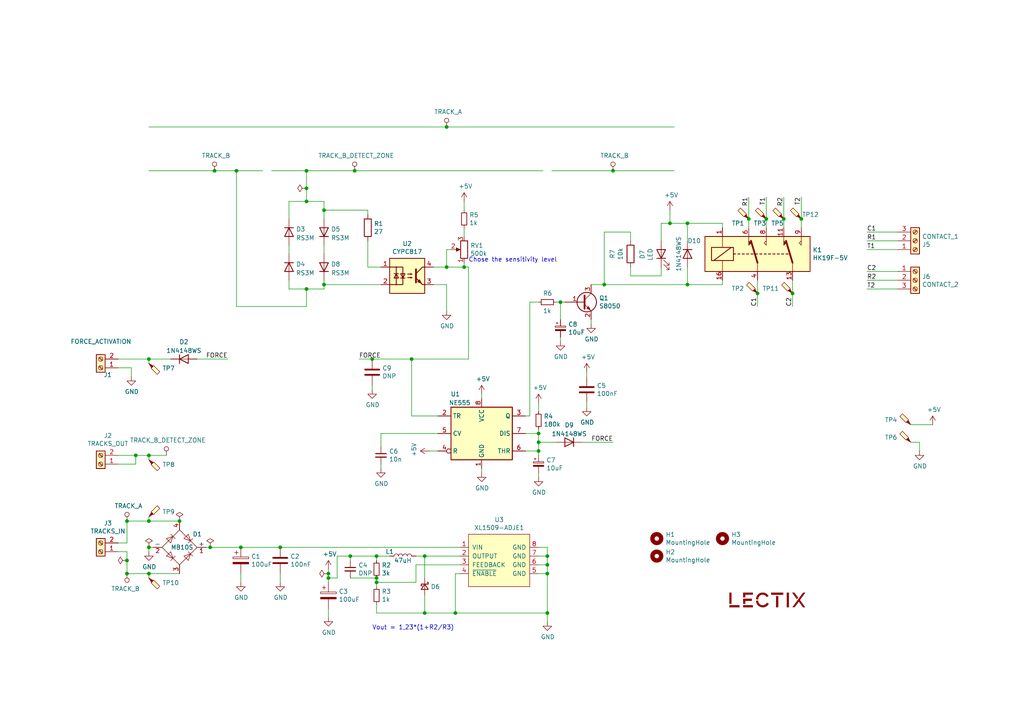
<source format=kicad_sch>
(kicad_sch (version 20211123) (generator eeschema)
  (paper "A4")
  (title_block (title " LEC000043-Detecteur-de-presence-DCC-Analogique-3A") (date "2023-03-26") (rev "1.0") (company "LECTIX") (comment 1 "CERN-OHL-S-2.0 license"))
  (lib_symbols
    (symbol "0_connectors:Screw_Terminal_01x02_blue" (pin_names (offset 1.016) hide)
      (property "Reference" "J" (at 0 2.54 0))
      (symbol "Screw_Terminal_01x02_blue_1_1"
        (pin passive line (at -5.08 0 0) (length 3.81) (name "Pin_1") (number "1"))
        (pin passive line (at -5.08 -2.54 0) (length 3.81) (name "Pin_2") (number "2"))
      )
    )
    (symbol "0_connectors:Screw_Terminal_01x02_green" (pin_names (offset 1.016) hide)
      (property "Reference" "J" (at 0 2.54 0))
      (symbol "Screw_Terminal_01x02_green_1_1"
        (pin passive line (at -5.08 0 0) (length 3.81) (name "Pin_1") (number "1"))
        (pin passive line (at -5.08 -2.54 0) (length 3.81) (name "Pin_2") (number "2"))
      )
    )
    (symbol "0_connectors:Screw_Terminal_01x03_blue" (pin_names (offset 1.016) hide)
      (property "Reference" "J" (at 0 5.08 0))
      (symbol "Screw_Terminal_01x03_blue_1_1"
        (pin passive line (at -5.08 2.54 0) (length 3.81) (name "Pin_1") (number "1"))
        (pin passive line (at -5.08 0 0) (length 3.81) (name "Pin_2") (number "2"))
        (pin passive line (at -5.08 -2.54 0) (length 3.81) (name "Pin_3") (number "3"))
      )
    )
    (symbol "0_converter_dcdc:XL1509-ADJE1" (pin_names (offset 1.016))
      (property "Reference" "U" (at -7.62 8.89 0))
      (property "Value" "XL1509-ADJE1" (at 0 6.35 0))
      (symbol "XL1509-ADJE1_1_1"
        (pin power_in line (at -11.43 3.81 0) (length 2.54) (name "VIN") (number "1"))
        (pin power_out line (at -11.43 1.27 0) (length 2.54) (name "OUTPUT") (number "2"))
        (pin input line (at -11.43 -1.27 0) (length 2.54) (name "FEEDBACK") (number "3"))
        (pin input line (at -11.43 -3.81 0) (length 2.54) (name "~{ENABLE}") (number "4"))
        (pin power_in line (at 11.43 -3.81 180) (length 2.54) (name "GND") (number "5"))
        (pin power_in line (at 11.43 -1.27 180) (length 2.54) (name "GND") (number "6"))
        (pin power_in line (at 11.43 1.27 180) (length 2.54) (name "GND") (number "7"))
        (pin power_in line (at 11.43 3.81 180) (length 2.54) (name "GND") (number "8"))
      )
    )
    (symbol "0_diode:1N4148WS" (pin_numbers hide) (pin_names (offset 1.016) hide)
      (property "Reference" "D" (at 0 2.54 0))
      (property "Value" "1N4148WS" (at 0 -2.54 0))
      (symbol "1N4148WS_1_1"
        (pin passive line (at -3.81 0 0) (length 2.54) (name "K") (number "1"))
        (pin passive line (at 3.81 0 180) (length 2.54) (name "A") (number "2"))
      )
    )
    (symbol "0_diode:RS3M" (pin_numbers hide) (pin_names (offset 1.016) hide)
      (property "Reference" "D" (at 0 2.54 0))
      (property "Value" "RS3M" (at 0 -2.54 0))
      (symbol "RS3M_1_1"
        (pin passive line (at -3.81 0 0) (length 2.54) (name "K") (number "1"))
        (pin passive line (at 3.81 0 180) (length 2.54) (name "A") (number "2"))
      )
    )
    (symbol "0_diode_bridge:MB10S" (pin_names (offset 0))
      (property "Reference" "D" (at 2.54 6.985 0))
      (property "Value" "MB10S" (at 2.54 5.08 0))
      (property "JLCPCB_CORRECTION" "0;0;90" (at 0 0 0))
      (symbol "MB10S_1_1"
        (pin passive line (at 7.62 0 180) (length 2.54) (name "+") (number "1"))
        (pin passive line (at -7.62 0 0) (length 2.54) (name "-") (number "2"))
        (pin passive line (at 0 -7.62 90) (length 2.54) (name "~") (number "3"))
        (pin passive line (at 0 7.62 270) (length 2.54) (name "~") (number "4"))
      )
    )
    (symbol "0_logos:logo_lectix_25mm" (pin_names (offset 1.016)))
    (symbol "0_potentiometer:pot_tht_500k_3362P" (pin_names (offset 1.016) hide)
      (property "Reference" "RV" (at -4.445 0 90))
      (property "Value" "0_potentiometer_pot_tht_500k_3362P" (at -2.54 0 90))
      (symbol "pot_tht_500k_3362P_1_1"
        (pin passive line (at 0 3.81 270) (length 1.27) (name "1") (number "1"))
        (pin passive line (at 3.81 0 180) (length 1.27) (name "2") (number "2"))
        (pin passive line (at 0 -3.81 90) (length 1.27) (name "3") (number "3"))
      )
    )
    (symbol "0_relays:HK19F-5V" (pin_names (offset 1.016))
      (property "Reference" "K" (at 16.51 3.81 0))
      (property "Value" "HK19F-5V" (at 16.51 1.27 0))
      (symbol "HK19F-5V_1_1"
        (pin passive line (at -10.16 7.62 270) (length 2.54) (name "~") (number "1"))
        (pin passive line (at 7.62 7.62 270) (length 2.54) (name "~") (number "11"))
        (pin passive line (at 10.16 -7.62 90) (length 2.54) (name "~") (number "13"))
        (pin passive line (at -10.16 -7.62 90) (length 2.54) (name "~") (number "16"))
        (pin passive line (at 0 -7.62 90) (length 2.54) (name "~") (number "4"))
        (pin passive line (at -2.54 7.62 270) (length 2.54) (name "~") (number "6"))
        (pin passive line (at 2.54 7.62 270) (length 2.54) (name "~") (number "8"))
        (pin passive line (at 12.7 7.62 270) (length 2.54) (name "~") (number "9"))
      )
    )
    (symbol "0_train:TRACK_A" (power) (pin_names (offset 0))
      (property "Value" "0_train_TRACK_A" (at 0 3.81 0))
      (symbol "TRACK_A_1_1"
        (pin power_in line (at 0 0 90) (length 0) hide (name "TRACK_A") (number "1"))
      )
    )
    (symbol "0_train:TRACK_B" (power) (pin_names (offset 0))
      (property "Value" "0_train_TRACK_B" (at 0 3.81 0))
      (symbol "TRACK_B_1_1"
        (pin power_in line (at 0 0 90) (length 0) hide (name "TRACK_B") (number "1"))
      )
    )
    (symbol "0_train:TRACK_B_DETECT_ZONE" (power) (pin_names (offset 0))
      (property "Value" "0_train_TRACK_B_DETECT_ZONE" (at 0 3.81 0))
      (symbol "TRACK_B_DETECT_ZONE_1_1"
        (pin power_in line (at 0 0 90) (length 0) hide (name "TRACK_B_DETECT_ZONE") (number "1"))
      )
    )
    (symbol "Connector:TestPoint_Probe" (pin_numbers hide) (pin_names (offset 0.762) hide)
      (property "Reference" "TP" (at 1.651 5.842 0))
      (property "Value" "TestPoint_Probe" (at 1.651 4.064 0))
      (symbol "TestPoint_Probe_1_1"
        (pin passive line (at 0 0 90) (length 0) (name "1") (number "1"))
      )
    )
    (symbol "Device:C" (pin_numbers hide) (pin_names (offset 0.254))
      (property "Reference" "C" (at 0.635 2.54 0))
      (property "Value" "C" (at 0.635 -2.54 0))
      (symbol "C_1_1"
        (pin passive line (at 0 3.81 270) (length 2.794) (name "~") (number "1"))
        (pin passive line (at 0 -3.81 90) (length 2.794) (name "~") (number "2"))
      )
    )
    (symbol "Device:CP" (pin_numbers hide) (pin_names (offset 0.254))
      (property "Reference" "C" (at 0.635 2.54 0))
      (property "Value" "Device_CP" (at 0.635 -2.54 0))
      (symbol "CP_1_1"
        (pin passive line (at 0 3.81 270) (length 2.794) (name "~") (number "1"))
        (pin passive line (at 0 -3.81 90) (length 2.794) (name "~") (number "2"))
      )
    )
    (symbol "Device:CP_Small" (pin_numbers hide) (pin_names (offset 0.254) hide)
      (property "Reference" "C" (at 0.254 1.778 0))
      (property "Value" "Device_CP_Small" (at 0.254 -2.032 0))
      (symbol "CP_Small_1_1"
        (pin passive line (at 0 2.54 270) (length 1.8542) (name "~") (number "1"))
        (pin passive line (at 0 -2.54 90) (length 1.8542) (name "~") (number "2"))
      )
    )
    (symbol "Device:C_Small" (pin_numbers hide) (pin_names (offset 0.254) hide)
      (property "Reference" "C" (at 0.254 1.778 0))
      (property "Value" "C_Small" (at 0.254 -2.032 0))
      (symbol "C_Small_1_1"
        (pin passive line (at 0 2.54 270) (length 2.032) (name "~") (number "1"))
        (pin passive line (at 0 -2.54 90) (length 2.032) (name "~") (number "2"))
      )
    )
    (symbol "Device:D_Schottky_Small" (pin_numbers hide) (pin_names (offset 0.254) hide)
      (property "Reference" "D" (at -1.27 2.032 0))
      (property "Value" "D_Schottky_Small" (at -7.112 -2.032 0))
      (symbol "D_Schottky_Small_1_1"
        (pin passive line (at -2.54 0 0) (length 1.778) (name "K") (number "1"))
        (pin passive line (at 2.54 0 180) (length 1.778) (name "A") (number "2"))
      )
    )
    (symbol "Device:L" (pin_numbers hide) (pin_names (offset 1.016) hide)
      (property "Reference" "L" (at -1.27 0 90))
      (property "Value" "L" (at 1.905 0 90))
      (symbol "L_1_1"
        (pin passive line (at 0 3.81 270) (length 1.27) (name "1") (number "1"))
        (pin passive line (at 0 -3.81 90) (length 1.27) (name "2") (number "2"))
      )
    )
    (symbol "Device:LED" (pin_numbers hide) (pin_names (offset 1.016) hide)
      (property "Reference" "D" (at 0 2.54 0))
      (property "Value" "LED" (at 0 -2.54 0))
      (symbol "LED_1_1"
        (pin passive line (at -3.81 0 0) (length 2.54) (name "K") (number "1"))
        (pin passive line (at 3.81 0 180) (length 2.54) (name "A") (number "2"))
      )
    )
    (symbol "Device:R" (pin_numbers hide) (pin_names (offset 0))
      (property "Reference" "R" (at 2.032 0 90))
      (property "Value" "R" (at 0 0 90))
      (symbol "R_1_1"
        (pin passive line (at 0 3.81 270) (length 1.27) (name "~") (number "1"))
        (pin passive line (at 0 -3.81 90) (length 1.27) (name "~") (number "2"))
      )
    )
    (symbol "Device:R_Small" (pin_numbers hide) (pin_names (offset 0.254) hide)
      (property "Reference" "R" (at 0.762 0.508 0))
      (property "Value" "R_Small" (at 0.762 -1.016 0))
      (symbol "R_Small_1_1"
        (pin passive line (at 0 2.54 270) (length 0.762) (name "~") (number "1"))
        (pin passive line (at 0 -2.54 90) (length 0.762) (name "~") (number "2"))
      )
    )
    (symbol "Isolator:SFH6206-3T" (pin_names (offset 1.016))
      (property "Reference" "U" (at -4.064 6.35 0))
      (property "Value" "SFH6206-3T" (at -5.334 -6.604 0))
      (symbol "SFH6206-3T_1_1"
        (pin passive line (at -7.62 2.54 0) (length 2.54) (name "~") (number "1"))
        (pin passive line (at -7.62 -2.54 0) (length 2.54) (name "~") (number "2"))
        (pin passive line (at 7.62 -2.54 180) (length 2.54) (name "~") (number "3"))
        (pin passive line (at 7.62 2.54 180) (length 2.54) (name "~") (number "4"))
      )
    )
    (symbol "Mechanical:MountingHole" (pin_names (offset 1.016))
      (property "Reference" "H" (at 0 5.08 0))
      (property "Value" "MountingHole" (at 0 3.175 0))
    )
    (symbol "Timer:NE555D"
      (property "Reference" "U" (at -10.16 8.89 0))
      (property "Value" "NE555D" (at 2.54 8.89 0))
      (symbol "NE555D_0_0"
        (pin power_in line (at 0 -10.16 90) (length 2.54) (name "GND") (number "1"))
        (pin power_in line (at 0 10.16 270) (length 2.54) (name "VCC") (number "8"))
      )
      (symbol "NE555D_1_1"
        (pin input line (at -12.7 5.08 0) (length 3.81) (name "TR") (number "2"))
        (pin output line (at 12.7 5.08 180) (length 3.81) (name "Q") (number "3"))
        (pin input inverted (at -12.7 -5.08 0) (length 3.81) (name "R") (number "4"))
        (pin input line (at -12.7 0 0) (length 3.81) (name "CV") (number "5"))
        (pin input line (at 12.7 -5.08 180) (length 3.81) (name "THR") (number "6"))
        (pin input line (at 12.7 0 180) (length 3.81) (name "DIS") (number "7"))
      )
    )
    (symbol "Transistor_BJT:BC817" (pin_names (offset 0) hide)
      (property "Reference" "Q" (at 5.08 1.905 0))
      (property "Value" "BC817" (at 5.08 0 0))
      (symbol "BC817_1_1"
        (pin input line (at -5.08 0 0) (length 5.715) (name "B") (number "1"))
        (pin passive line (at 2.54 -5.08 90) (length 2.54) (name "E") (number "2"))
        (pin passive line (at 2.54 5.08 270) (length 2.54) (name "C") (number "3"))
      )
    )
    (symbol "power:+5V" (power) (pin_names (offset 0))
      (property "Value" "+5V" (at 0 3.556 0))
      (symbol "+5V_1_1"
        (pin power_in line (at 0 0 90) (length 0) hide (name "+5V") (number "1"))
      )
    )
    (symbol "power:GND" (power) (pin_names (offset 0))
      (property "Value" "GND" (at 0 -3.81 0))
      (symbol "GND_1_1"
        (pin power_in line (at 0 0 270) (length 0) hide (name "GND") (number "1"))
      )
    )
    (symbol "power:PWR_FLAG" (power) (pin_numbers hide) (pin_names (offset 0) hide)
      (property "Value" "PWR_FLAG" (at 0 3.81 0))
      (symbol "PWR_FLAG_0_0"
        (pin power_out line (at 0 0 90) (length 0) (name "pwr") (number "1"))
      )
    )
  )
  (junction (at 95.25 167.64))
  (junction (at 43.18 151.13))
  (junction (at 88.9 49.53))
  (junction (at 158.75 161.29))
  (junction (at 119.38 104.14))
  (junction (at 156.21 128.27))
  (junction (at 62.23 49.53))
  (junction (at 199.39 64.77))
  (junction (at 101.6 161.29))
  (junction (at 69.85 158.75))
  (junction (at 43.18 166.37))
  (junction (at 177.8 49.53))
  (junction (at 129.54 77.47))
  (junction (at 227.33 63.5))
  (junction (at 43.18 132.08))
  (junction (at 229.87 85.09))
  (junction (at 107.95 104.14))
  (junction (at 39.37 132.08))
  (junction (at 232.41 63.5))
  (junction (at 156.21 130.81))
  (junction (at 199.39 82.55))
  (junction (at 52.07 151.13))
  (junction (at 123.19 161.29))
  (junction (at 81.28 158.75))
  (junction (at 217.17 63.5))
  (junction (at 88.9 83.82))
  (junction (at 156.21 125.73))
  (junction (at 88.9 54.61))
  (junction (at 95.25 166.37))
  (junction (at 132.08 177.8))
  (junction (at 93.98 82.55))
  (junction (at 158.75 177.8))
  (junction (at 109.22 168.91))
  (junction (at 194.31 64.77))
  (junction (at 36.83 162.56))
  (junction (at 134.62 77.47))
  (junction (at 123.19 177.8))
  (junction (at 36.83 151.13))
  (junction (at 109.22 167.64))
  (junction (at 43.18 104.14))
  (junction (at 129.54 36.83))
  (junction (at 222.25 63.5))
  (junction (at 158.75 166.37))
  (junction (at 219.71 85.09))
  (junction (at 109.22 161.29))
  (junction (at 93.98 60.96))
  (junction (at 162.56 87.63))
  (junction (at 88.9 58.42))
  (junction (at 158.75 163.83))
  (junction (at 60.96 158.75))
  (junction (at 36.83 166.37))
  (junction (at 68.58 49.53))
  (junction (at 43.18 158.75))
  (junction (at 102.87 49.53))
  (junction (at 175.26 82.55))
  (wire (pts (xy 123.19 161.29) (xy 120.65 161.29)))
  (wire (pts (xy 123.19 177.8) (xy 132.08 177.8)))
  (wire (pts (xy 95.25 176.53) (xy 95.25 179.07)))
  (wire (pts (xy 68.58 49.53) (xy 76.2 49.53)))
  (wire (pts (xy 88.9 58.42) (xy 93.98 58.42)))
  (wire (pts (xy 36.83 151.13) (xy 36.83 157.48)))
  (wire (pts (xy 219.71 85.09) (xy 219.71 88.9)))
  (wire (pts (xy 217.17 66.04) (xy 217.17 63.5)))
  (wire (pts (xy 43.18 49.53) (xy 62.23 49.53)))
  (wire (pts (xy 127 130.81) (xy 124.46 130.81)))
  (wire (pts (xy 264.16 123.19) (xy 270.51 123.19)))
  (wire (pts (xy 191.77 80.01) (xy 182.88 80.01)))
  (wire (pts (xy 168.91 128.27) (xy 177.8 128.27)))
  (wire (pts (xy 232.41 63.5) (xy 232.41 57.15)))
  (wire (pts (xy 139.7 135.89) (xy 139.7 137.16)))
  (wire (pts (xy 156.21 163.83) (xy 158.75 163.83)))
  (wire (pts (xy 123.19 161.29) (xy 133.35 161.29)))
  (wire (pts (xy 62.23 49.53) (xy 68.58 49.53)))
  (wire (pts (xy 130.81 72.39) (xy 129.54 72.39)))
  (wire (pts (xy 170.18 107.95) (xy 170.18 109.22)))
  (wire (pts (xy 119.38 104.14) (xy 107.95 104.14)))
  (wire (pts (xy 83.82 83.82) (xy 83.82 81.28)))
  (wire (pts (xy 81.28 158.75) (xy 133.35 158.75)))
  (wire (pts (xy 123.19 172.72) (xy 123.19 177.8)))
  (wire (pts (xy 69.85 166.37) (xy 69.85 168.91)))
  (wire (pts (xy 109.22 175.26) (xy 109.22 177.8)))
  (wire (pts (xy 135.89 77.47) (xy 134.62 77.47)))
  (wire (pts (xy 161.29 128.27) (xy 156.21 128.27)))
  (wire (pts (xy 229.87 85.09) (xy 229.87 88.9)))
  (wire (pts (xy 48.26 132.08) (xy 43.18 132.08)))
  (wire (pts (xy 129.54 77.47) (xy 134.62 77.47)))
  (wire (pts (xy 38.1 106.68) (xy 34.29 106.68)))
  (wire (pts (xy 83.82 71.12) (xy 83.82 73.66)))
  (wire (pts (xy 83.82 63.5) (xy 83.82 58.42)))
  (wire (pts (xy 127 125.73) (xy 110.49 125.73)))
  (wire (pts (xy 194.31 64.77) (xy 191.77 64.77)))
  (wire (pts (xy 93.98 58.42) (xy 93.98 60.96)))
  (wire (pts (xy 36.83 157.48) (xy 34.29 157.48)))
  (wire (pts (xy 109.22 168.91) (xy 109.22 167.64)))
  (wire (pts (xy 43.18 105.41) (xy 43.18 104.14)))
  (wire (pts (xy 88.9 54.61) (xy 88.9 49.53)))
  (wire (pts (xy 39.37 132.08) (xy 34.29 132.08)))
  (wire (pts (xy 156.21 125.73) (xy 156.21 128.27)))
  (wire (pts (xy 78.74 49.53) (xy 88.9 49.53)))
  (wire (pts (xy 43.18 132.08) (xy 39.37 132.08)))
  (wire (pts (xy 219.71 81.28) (xy 219.71 85.09)))
  (wire (pts (xy 119.38 120.65) (xy 127 120.65)))
  (wire (pts (xy 109.22 177.8) (xy 123.19 177.8)))
  (wire (pts (xy 129.54 82.55) (xy 129.54 90.17)))
  (wire (pts (xy 57.15 104.14) (xy 66.04 104.14)))
  (wire (pts (xy 43.18 151.13) (xy 43.18 149.86)))
  (wire (pts (xy 132.08 166.37) (xy 132.08 177.8)))
  (wire (pts (xy 209.55 82.55) (xy 209.55 81.28)))
  (wire (pts (xy 101.6 161.29) (xy 109.22 161.29)))
  (wire (pts (xy 93.98 82.55) (xy 93.98 83.82)))
  (wire (pts (xy 158.75 166.37) (xy 158.75 177.8)))
  (wire (pts (xy 158.75 163.83) (xy 158.75 166.37)))
  (wire (pts (xy 43.18 151.13) (xy 36.83 151.13)))
  (wire (pts (xy 109.22 168.91) (xy 120.65 168.91)))
  (wire (pts (xy 191.77 77.47) (xy 191.77 80.01)))
  (wire (pts (xy 97.79 161.29) (xy 97.79 167.64)))
  (wire (pts (xy 171.45 82.55) (xy 175.26 82.55)))
  (wire (pts (xy 171.45 92.71) (xy 171.45 93.98)))
  (wire (pts (xy 175.26 67.31) (xy 175.26 82.55)))
  (wire (pts (xy 175.26 82.55) (xy 199.39 82.55)))
  (wire (pts (xy 106.68 62.23) (xy 106.68 60.96)))
  (wire (pts (xy 182.88 67.31) (xy 175.26 67.31)))
  (wire (pts (xy 109.22 161.29) (xy 113.03 161.29)))
  (wire (pts (xy 153.67 87.63) (xy 153.67 120.65)))
  (wire (pts (xy 60.96 158.75) (xy 69.85 158.75)))
  (wire (pts (xy 120.65 163.83) (xy 133.35 163.83)))
  (wire (pts (xy 161.29 87.63) (xy 162.56 87.63)))
  (wire (pts (xy 153.67 87.63) (xy 156.21 87.63)))
  (wire (pts (xy 107.95 111.76) (xy 107.95 113.03)))
  (wire (pts (xy 106.68 77.47) (xy 106.68 69.85)))
  (wire (pts (xy 106.68 60.96) (xy 93.98 60.96)))
  (wire (pts (xy 88.9 88.9) (xy 88.9 83.82)))
  (wire (pts (xy 129.54 72.39) (xy 129.54 77.47)))
  (wire (pts (xy 38.1 106.68) (xy 38.1 109.22)))
  (wire (pts (xy 260.35 78.74) (xy 251.46 78.74)))
  (wire (pts (xy 170.18 116.84) (xy 170.18 118.11)))
  (wire (pts (xy 34.29 134.62) (xy 39.37 134.62)))
  (wire (pts (xy 191.77 64.77) (xy 191.77 69.85)))
  (wire (pts (xy 123.19 161.29) (xy 123.19 167.64)))
  (wire (pts (xy 209.55 66.04) (xy 209.55 64.77)))
  (wire (pts (xy 95.25 167.64) (xy 95.25 168.91)))
  (wire (pts (xy 156.21 166.37) (xy 158.75 166.37)))
  (wire (pts (xy 95.25 165.1) (xy 95.25 166.37)))
  (wire (pts (xy 125.73 82.55) (xy 129.54 82.55)))
  (wire (pts (xy 88.9 58.42) (xy 88.9 54.61)))
  (wire (pts (xy 129.54 36.83) (xy 195.58 36.83)))
  (wire (pts (xy 156.21 128.27) (xy 156.21 130.81)))
  (wire (pts (xy 156.21 124.46) (xy 156.21 125.73)))
  (wire (pts (xy 194.31 60.96) (xy 194.31 64.77)))
  (wire (pts (xy 153.67 120.65) (xy 152.4 120.65)))
  (wire (pts (xy 199.39 64.77) (xy 194.31 64.77)))
  (wire (pts (xy 125.73 77.47) (xy 129.54 77.47)))
  (wire (pts (xy 101.6 167.64) (xy 109.22 167.64)))
  (wire (pts (xy 260.35 67.31) (xy 251.46 67.31)))
  (wire (pts (xy 209.55 64.77) (xy 199.39 64.77)))
  (wire (pts (xy 158.75 158.75) (xy 156.21 158.75)))
  (wire (pts (xy 93.98 60.96) (xy 93.98 63.5)))
  (wire (pts (xy 199.39 82.55) (xy 209.55 82.55)))
  (wire (pts (xy 156.21 116.84) (xy 156.21 119.38)))
  (wire (pts (xy 36.83 162.56) (xy 36.83 160.02)))
  (wire (pts (xy 260.35 69.85) (xy 251.46 69.85)))
  (wire (pts (xy 132.08 177.8) (xy 158.75 177.8)))
  (wire (pts (xy 43.18 166.37) (xy 36.83 166.37)))
  (wire (pts (xy 43.18 158.75) (xy 44.45 158.75)))
  (wire (pts (xy 88.9 83.82) (xy 83.82 83.82)))
  (wire (pts (xy 120.65 168.91) (xy 120.65 163.83)))
  (wire (pts (xy 34.29 104.14) (xy 43.18 104.14)))
  (wire (pts (xy 39.37 134.62) (xy 39.37 132.08)))
  (wire (pts (xy 134.62 76.2) (xy 134.62 77.47)))
  (wire (pts (xy 101.6 162.56) (xy 101.6 161.29)))
  (wire (pts (xy 229.87 81.28) (xy 229.87 85.09)))
  (wire (pts (xy 199.39 77.47) (xy 199.39 82.55)))
  (wire (pts (xy 93.98 83.82) (xy 88.9 83.82)))
  (wire (pts (xy 162.56 87.63) (xy 162.56 92.71)))
  (wire (pts (xy 217.17 63.5) (xy 217.17 57.15)))
  (wire (pts (xy 160.02 49.53) (xy 177.8 49.53)))
  (wire (pts (xy 260.35 81.28) (xy 251.46 81.28)))
  (wire (pts (xy 156.21 161.29) (xy 158.75 161.29)))
  (wire (pts (xy 43.18 104.14) (xy 49.53 104.14)))
  (wire (pts (xy 129.54 36.83) (xy 43.18 36.83)))
  (wire (pts (xy 83.82 58.42) (xy 88.9 58.42)))
  (wire (pts (xy 156.21 130.81) (xy 152.4 130.81)))
  (wire (pts (xy 93.98 82.55) (xy 110.49 82.55)))
  (wire (pts (xy 222.25 66.04) (xy 222.25 63.5)))
  (wire (pts (xy 162.56 99.06) (xy 162.56 97.79)))
  (wire (pts (xy 109.22 162.56) (xy 109.22 161.29)))
  (wire (pts (xy 110.49 125.73) (xy 110.49 129.54)))
  (wire (pts (xy 68.58 49.53) (xy 68.58 88.9)))
  (wire (pts (xy 107.95 104.14) (xy 104.14 104.14)))
  (wire (pts (xy 93.98 71.12) (xy 93.98 73.66)))
  (wire (pts (xy 93.98 81.28) (xy 93.98 82.55)))
  (wire (pts (xy 36.83 166.37) (xy 36.83 162.56)))
  (wire (pts (xy 158.75 177.8) (xy 158.75 180.34)))
  (wire (pts (xy 182.88 80.01) (xy 182.88 77.47)))
  (wire (pts (xy 260.35 83.82) (xy 251.46 83.82)))
  (wire (pts (xy 266.7 128.27) (xy 264.16 128.27)))
  (wire (pts (xy 132.08 166.37) (xy 133.35 166.37)))
  (wire (pts (xy 43.18 133.35) (xy 43.18 132.08)))
  (wire (pts (xy 152.4 125.73) (xy 156.21 125.73)))
  (wire (pts (xy 52.07 166.37) (xy 43.18 166.37)))
  (wire (pts (xy 109.22 170.18) (xy 109.22 168.91)))
  (wire (pts (xy 158.75 158.75) (xy 158.75 161.29)))
  (wire (pts (xy 110.49 134.62) (xy 110.49 135.89)))
  (wire (pts (xy 88.9 49.53) (xy 102.87 49.53)))
  (wire (pts (xy 69.85 158.75) (xy 81.28 158.75)))
  (wire (pts (xy 156.21 132.08) (xy 156.21 130.81)))
  (wire (pts (xy 36.83 160.02) (xy 34.29 160.02)))
  (wire (pts (xy 95.25 166.37) (xy 95.25 167.64)))
  (wire (pts (xy 260.35 72.39) (xy 251.46 72.39)))
  (wire (pts (xy 81.28 166.37) (xy 81.28 168.91)))
  (wire (pts (xy 156.21 138.43) (xy 156.21 137.16)))
  (wire (pts (xy 102.87 49.53) (xy 157.48 49.53)))
  (wire (pts (xy 266.7 130.81) (xy 266.7 128.27)))
  (wire (pts (xy 199.39 69.85) (xy 199.39 64.77)))
  (wire (pts (xy 52.07 151.13) (xy 43.18 151.13)))
  (wire (pts (xy 134.62 66.04) (xy 134.62 68.58)))
  (wire (pts (xy 227.33 66.04) (xy 227.33 63.5)))
  (wire (pts (xy 110.49 77.47) (xy 106.68 77.47)))
  (wire (pts (xy 97.79 167.64) (xy 95.25 167.64)))
  (wire (pts (xy 135.89 104.14) (xy 119.38 104.14)))
  (wire (pts (xy 97.79 161.29) (xy 101.6 161.29)))
  (wire (pts (xy 162.56 87.63) (xy 163.83 87.63)))
  (wire (pts (xy 134.62 58.42) (xy 134.62 60.96)))
  (wire (pts (xy 119.38 104.14) (xy 119.38 120.65)))
  (wire (pts (xy 222.25 63.5) (xy 222.25 57.15)))
  (wire (pts (xy 232.41 66.04) (xy 232.41 63.5)))
  (wire (pts (xy 182.88 69.85) (xy 182.88 67.31)))
  (wire (pts (xy 68.58 88.9) (xy 88.9 88.9)))
  (wire (pts (xy 158.75 161.29) (xy 158.75 163.83)))
  (wire (pts (xy 43.18 167.64) (xy 43.18 166.37)))
  (wire (pts (xy 43.18 158.75) (xy 43.18 160.02)))
  (wire (pts (xy 59.69 158.75) (xy 60.96 158.75)))
  (wire (pts (xy 139.7 114.3) (xy 139.7 115.57)))
  (wire (pts (xy 135.89 77.47) (xy 135.89 104.14)))
  (wire (pts (xy 177.8 49.53) (xy 195.58 49.53)))
  (wire (pts (xy 227.33 63.5) (xy 227.33 57.15)))
  (text "Vout = 1,23*(1+R2/R3)" (at 107.95 182.88 0) (effects (font (size 1.27 1.27)) (justify left bottom)))
  (text "Chose the sensitivity level\n" (at 135.89 76.2 0) (effects (font (size 1.27 1.27)) (justify left bottom)))
  (label "R2" (at 251.46 81.28 0))
  (label "T1" (at 222.25 57.15 270))
  (label "R1" (at 217.17 57.15 270))
  (label "FORCE" (at 177.8 128.27 180))
  (label "T2" (at 251.46 83.82 0))
  (label "T1" (at 251.46 72.39 0))
  (label "FORCE" (at 66.04 104.14 180))
  (label "FORCE" (at 104.14 104.14 0))
  (label "T2" (at 232.41 57.15 270))
  (label "C1" (at 219.71 88.9 90))
  (label "C1" (at 251.46 67.31 0))
  (label "C2" (at 251.46 78.74 0))
  (label "C2" (at 229.87 88.9 90))
  (label "R2" (at 227.33 57.15 270))
  (label "R1" (at 251.46 69.85 0))
  (symbol (lib_id "Isolator:SFH6206-3T") (at 118.11 80.01 0) (unit 1)
    (property "Reference" "U2" (at 118.11 70.6882 0))
    (property "Value" "CYPC817" (at 118.11 72.9996 0))
    (property "Footprint" "Package_DIP:SMDIP-4_W9.53mm_Clearance8mm" (effects hide))
    (property "Datasheet" "http://www.vishay.com/docs/83675/sfh620a.pdf" (effects hide))
    (property "LCSC" "C385060" (effects hide))
    (property "Mfr" "OCIC" (effects hide))
    (property "MPN" "CYPC817(B-TP2)" (effects hide))
    (property "Supplier" "LCSC" (effects hide))
    (property "Comment" "Genuine only" (effects hide))
  )
  (symbol (lib_id "0_train:TRACK_A") (at 129.54 36.83 0) (unit 1)
    (property "Reference" "#PWR016" (effects hide))
    (property "Value" "TRACK_A" (at 129.9718 32.4358 0))
  )
  (symbol (lib_id "0_train:TRACK_B") (at 62.23 49.53 0) (unit 1)
    (property "Reference" "#PWR06" (effects hide))
    (property "Value" "TRACK_B" (at 62.6618 45.1358 0))
  )
  (symbol (lib_id "0_train:TRACK_B") (at 177.8 49.53 0) (unit 1)
    (property "Reference" "#PWR021" (effects hide))
    (property "Value" "TRACK_B" (at 178.2318 45.1358 0))
  )
  (symbol (lib_id "0_train:TRACK_B_DETECT_ZONE") (at 102.87 49.53 0) (unit 1)
    (property "Reference" "#PWR013" (effects hide))
    (property "Value" "TRACK_B_DETECT_ZONE" (at 103.3018 45.1358 0))
  )
  (symbol (lib_id "Device:R") (at 106.68 66.04 0) (unit 1)
    (property "Reference" "R1" (at 108.458 64.8716 0) (effects (justify left)))
    (property "Value" "27" (at 108.458 67.183 0) (effects (justify left)))
    (property "Footprint" "Resistor_SMD:R_0603_1608Metric" (effects hide))
    (property "LCSC" "C25190" (effects hide))
    (property "Supplier" "LCSC" (effects hide))
    (property "MPN" "0603WAF270JT5E" (effects hide))
    (property "Mfr" "UNI-ROYAL" (effects hide))
  )
  (symbol (lib_id "0_relays:HK19F-5V") (at 219.71 73.66 0) (unit 1)
    (property "Reference" "K1" (at 235.712 72.4916 0) (effects (justify left)))
    (property "Value" "HK19F-5V" (at 235.712 74.803 0) (effects (justify left)))
    (property "Footprint" "0_relays:Relay_DPDT_HK19F" (effects hide))
    (property "Datasheet" "https://datasheet.lcsc.com/szlcsc/1809091812_Ningbo-Keke-New-Era-Appliance-HK19F-DC5V-SHG-Y_C54512.pdf" (effects hide))
    (property "LCSC" "C54512" (effects hide))
    (property "MPN" "HK19F-DC5V-SHG-Y" (effects hide))
    (property "Supplier" "LCSC" (effects hide))
    (property "Mfr" "Ningbo Keke New Era Appliance" (effects hide))
    (property "Comment" "Genuine only" (effects hide))
  )
  (symbol (lib_id "Transistor_BJT:BC817") (at 168.91 87.63 0) (unit 1)
    (property "Reference" "Q1" (at 173.7614 86.4616 0) (effects (justify left)))
    (property "Value" "S8050" (at 173.7614 88.773 0) (effects (justify left)))
    (property "Footprint" "Package_TO_SOT_SMD:SOT-23" (effects hide))
    (property "Datasheet" "http://www.fairchildsemi.com/ds/BC/BC817.pdf" (effects hide))
    (property "LCSC" "C2146" (effects hide))
    (property "Supplier" "LCSC" (effects hide))
    (property "MPN" "S8050" (effects hide))
    (property "Mfr" "Changjiang Electronics Tech (CJ)" (effects hide))
    (property "JLCPCB_CORRECTION" "0;0;180" (effects hide))
  )
  (symbol (lib_id "Device:LED") (at 191.77 73.66 90) (unit 1)
    (property "Reference" "D7" (at 186.2836 73.8378 0))
    (property "Value" "LED" (at 188.595 73.8378 0))
    (property "Footprint" "LED_SMD:LED_0603_1608Metric" (effects hide))
    (property "LCSC" "C72043" (effects hide))
    (property "Supplier" "LCSC" (effects hide))
    (property "MPN" "19-217/GHC-YR1S2/3T" (effects hide))
    (property "Mfr" "Everlight Elec" (effects hide))
  )
  (symbol (lib_id "Device:R") (at 182.88 73.66 0) (unit 1)
    (property "Reference" "R7" (at 177.6222 73.66 90))
    (property "Value" "10k" (at 179.9336 73.66 90))
    (property "Footprint" "Resistor_SMD:R_0603_1608Metric" (effects hide))
    (property "LCSC" "C25804" (effects hide))
    (property "Supplier" "LCSC" (effects hide))
    (property "MPN" "0603WAF1002T5E" (effects hide))
    (property "Mfr" "UNI-ROYAL" (effects hide))
  )
  (symbol (lib_id "0_connectors:Screw_Terminal_01x02_green") (at 29.21 160.02 180) (unit 1)
    (property "Reference" "J3" (at 31.2928 151.765 0))
    (property "Value" "TRACKS_IN" (at 31.2928 154.0764 0))
    (property "Footprint" "0_connectors:TerminalBlock_bornier-2_P5.08mm-green" (effects hide))
    (property "Datasheet" "https://datasheet.lcsc.com/szlcsc/1912111437_DIBO-DB126V-5-0-2P-GN_C395849.pdf" (effects hide))
    (property "LCSC" "C395849" (effects hide))
    (property "MPN" "DB126V-5.0-2P-GN" (effects hide))
    (property "Mfr" "DIBO" (effects hide))
    (property "Supplier" "LCSC" (effects hide))
    (property "Comment" "Genuine only" (effects hide))
    (property "JLCPCB_CORRECTION" "0;0;0" (effects hide))
  )
  (symbol (lib_id "0_connectors:Screw_Terminal_01x02_blue") (at 29.21 134.62 180) (unit 1)
    (property "Reference" "J2" (at 31.2928 126.365 0))
    (property "Value" "TRACKS_OUT" (at 31.2928 128.6764 0))
    (property "Footprint" "0_connectors:TerminalBlock_bornier-2_P5.08mm-blue" (effects hide))
    (property "Datasheet" "https://datasheet.lcsc.com/szlcsc/1912111437_DIBO-DB301V-5-0-2P-BU-S_C395882.pdf" (effects hide))
    (property "LCSC" "C430621" (effects hide))
    (property "MPN" "DB301V-5.0-2P-BU-P" (effects hide))
    (property "Mfr" "DIBO" (effects hide))
    (property "Supplier" "LCSC" (effects hide))
    (property "Comment" "Genuine only" (effects hide))
    (property "JLCPCB_CORRECTION" "0;0;180" (effects hide))
  )
  (symbol (lib_id "0_connectors:Screw_Terminal_01x02_blue") (at 29.21 106.68 180) (unit 1)
    (property "Reference" "J1" (at 32.4612 108.712 0) (effects (justify left)))
    (property "Value" "FORCE_ACTIVATION" (at 38.1 99.06 0) (effects (justify left)))
    (property "Footprint" "0_connectors:TerminalBlock_bornier-2_P5.08mm-blue" (effects hide))
    (property "Datasheet" "https://datasheet.lcsc.com/szlcsc/1912111437_DIBO-DB301V-5-0-2P-BU-S_C395882.pdf" (effects hide))
    (property "LCSC" "C430621" (effects hide))
    (property "MPN" "DB301V-5.0-2P-BU-P" (effects hide))
    (property "Mfr" "DIBO" (effects hide))
    (property "Supplier" "LCSC" (effects hide))
    (property "Comment" "Genuine only" (effects hide))
    (property "JLCPCB_CORRECTION" "0;0;180" (effects hide))
  )
  (symbol (lib_id "0_connectors:Screw_Terminal_01x03_blue") (at 265.43 69.85 0) (mirror x) (unit 1)
    (property "Reference" "J5" (at 267.462 70.9168 0) (effects (justify left)))
    (property "Value" "CONTACT_1" (at 267.462 68.6054 0) (effects (justify left)))
    (property "Footprint" "0_connectors:TerminalBlock_bornier-3_P5.08mm-blue" (effects hide))
    (property "Datasheet" "https://datasheet.lcsc.com/szlcsc/1912111437_DIBO-DB301V-5-0-3P-BU-S_C395881.pdf" (effects hide))
    (property "LCSC" "C430620" (effects hide))
    (property "MPN" "DB301V-5.0-3P-BU-P" (effects hide))
    (property "Mfr" "DIBO" (effects hide))
    (property "Supplier" "LCSC" (effects hide))
    (property "Comment" "Genuine only" (effects hide))
    (property "JLCPCB_CORRECTION" "5.080;0;180" (effects hide))
  )
  (symbol (lib_id "0_connectors:Screw_Terminal_01x03_blue") (at 265.43 81.28 0) (unit 1)
    (property "Reference" "J6" (at 267.462 80.2132 0) (effects (justify left)))
    (property "Value" "CONTACT_2" (at 267.462 82.5246 0) (effects (justify left)))
    (property "Footprint" "0_connectors:TerminalBlock_bornier-3_P5.08mm-blue" (effects hide))
    (property "Datasheet" "https://datasheet.lcsc.com/szlcsc/1912111437_DIBO-DB301V-5-0-3P-BU-S_C395881.pdf" (effects hide))
    (property "LCSC" "C430620" (effects hide))
    (property "MPN" "DB301V-5.0-3P-BU-P" (effects hide))
    (property "Mfr" "DIBO" (effects hide))
    (property "Supplier" "LCSC" (effects hide))
    (property "Comment" "Genuine only" (effects hide))
    (property "JLCPCB_CORRECTION" "5.080;0;180" (effects hide))
  )
  (symbol (lib_id "0_train:TRACK_B") (at 36.83 166.37 180) (unit 1)
    (property "Reference" "#PWR01" (effects hide))
    (property "Value" "TRACK_B" (at 36.3982 170.7642 0))
  )
  (symbol (lib_id "0_train:TRACK_A") (at 36.83 151.13 0) (unit 1)
    (property "Reference" "#PWR02" (effects hide))
    (property "Value" "TRACK_A" (at 37.2618 146.7358 0))
  )
  (symbol (lib_id "0_train:TRACK_B_DETECT_ZONE") (at 48.26 132.08 0) (unit 1)
    (property "Reference" "#PWR05" (effects hide))
    (property "Value" "TRACK_B_DETECT_ZONE" (at 48.6918 127.6858 0))
  )
  (symbol (lib_id "power:GND") (at 170.18 118.11 0) (unit 1)
    (property "Reference" "#PWR015" (effects hide))
    (property "Value" "GND" (at 170.307 122.5042 0))
  )
  (symbol (lib_id "power:+5V") (at 170.18 107.95 0) (unit 1)
    (property "Reference" "#PWR014" (effects hide))
    (property "Value" "+5V" (at 170.561 103.5558 0))
  )
  (symbol (lib_id "Device:C") (at 170.18 113.03 0) (unit 1)
    (property "Reference" "C5" (at 173.101 111.8616 0) (effects (justify left)))
    (property "Value" "100nF" (at 173.101 114.173 0) (effects (justify left)))
    (property "Footprint" "Capacitor_SMD:C_0603_1608Metric" (effects hide))
    (property "LCSC" "C14663" (effects hide))
    (property "Supplier" "LCSC" (effects hide))
    (property "MPN" "CC0603KRX7R9BB104" (effects hide))
    (property "Mfr" "YAGEO" (effects hide))
  )
  (symbol (lib_id "power:GND") (at 266.7 130.81 0) (unit 1)
    (property "Reference" "#PWR025" (effects hide))
    (property "Value" "GND" (at 266.827 135.2042 0))
  )
  (symbol (lib_id "power:+5V") (at 270.51 123.19 0) (unit 1)
    (property "Reference" "#PWR026" (effects hide))
    (property "Value" "+5V" (at 270.891 118.7958 0))
  )
  (symbol (lib_id "power:+5V") (at 134.62 58.42 0) (unit 1)
    (property "Reference" "#PWR018" (effects hide))
    (property "Value" "+5V" (at 135.001 54.0258 0))
  )
  (symbol (lib_id "power:GND") (at 129.54 90.17 0) (unit 1)
    (property "Reference" "#PWR017" (effects hide))
    (property "Value" "GND" (at 129.667 94.5642 0))
  )
  (symbol (lib_id "power:GND") (at 43.18 160.02 0) (unit 1)
    (property "Reference" "#PWR04" (effects hide))
    (property "Value" "GND" (at 43.307 164.4142 0))
  )
  (symbol (lib_id "Device:CP") (at 69.85 162.56 0) (unit 1)
    (property "Reference" "C1" (at 72.8472 161.3916 0) (effects (justify left)))
    (property "Value" "100uF" (at 72.8472 163.703 0) (effects (justify left)))
    (property "Footprint" "0_capacitors:CP_Elec_6.3x5.8" (effects hide))
    (property "LCSC" "C249982" (effects hide))
    (property "Supplier" "LCSC" (effects hide))
    (property "MPN" "VZT101M1VTR-0606" (effects hide))
    (property "Mfr" "Lelon" (effects hide))
    (property "JLCPCB_CORRECTION" "0;0;180" (effects hide))
  )
  (symbol (lib_id "Device:C") (at 81.28 162.56 0) (unit 1)
    (property "Reference" "C2" (at 84.201 161.3916 0) (effects (justify left)))
    (property "Value" "100nF" (at 84.201 163.703 0) (effects (justify left)))
    (property "Footprint" "Capacitor_SMD:C_0603_1608Metric" (effects hide))
    (property "LCSC" "C14663" (effects hide))
    (property "Supplier" "LCSC" (effects hide))
    (property "MPN" "CC0603KRX7R9BB104" (effects hide))
    (property "Mfr" "YAGEO" (effects hide))
  )
  (symbol (lib_id "power:GND") (at 69.85 168.91 0) (unit 1)
    (property "Reference" "#PWR07" (effects hide))
    (property "Value" "GND" (at 69.977 173.3042 0))
  )
  (symbol (lib_id "power:GND") (at 81.28 168.91 0) (unit 1)
    (property "Reference" "#PWR08" (effects hide))
    (property "Value" "GND" (at 81.407 173.3042 0))
  )
  (symbol (lib_id "power:GND") (at 158.75 180.34 0) (unit 1)
    (property "Reference" "#PWR019" (effects hide))
    (property "Value" "GND" (at 158.877 184.7342 0))
  )
  (symbol (lib_id "power:GND") (at 95.25 179.07 0) (unit 1)
    (property "Reference" "#PWR010" (effects hide))
    (property "Value" "GND" (at 95.377 183.4642 0))
  )
  (symbol (lib_id "power:+5V") (at 95.25 165.1 0) (unit 1)
    (property "Reference" "#PWR09" (effects hide))
    (property "Value" "+5V" (at 95.631 160.7058 0))
  )
  (symbol (lib_id "0_converter_dcdc:XL1509-ADJE1") (at 144.78 162.56 0) (unit 1)
    (property "Reference" "U3" (at 144.78 150.749 0))
    (property "Value" "XL1509-ADJE1" (at 144.78 153.0604 0))
    (property "Footprint" "Package_SO:SOP-8_3.76x4.96mm_P1.27mm" (effects hide))
    (property "Datasheet" "https://datasheet.lcsc.com/szlcsc/XLSEMI-XL1509-ADJE1_C74192.pdf" (effects hide))
    (property "LCSC" "C74192" (effects hide))
    (property "MPN" "XL1509-ADJE1" (effects hide))
    (property "Mfr" "XLSEMI" (effects hide))
    (property "Supplier" "LCSC" (effects hide))
    (property "Comment" "Genuine only" (effects hide))
    (property "JLCPCB_CORRECTION" "0;0;270" (effects hide))
  )
  (symbol (lib_id "Device:R_Small") (at 109.22 165.1 0) (unit 1)
    (property "Reference" "R2" (at 110.7186 163.9316 0) (effects (justify left)))
    (property "Value" "3k" (at 110.7186 166.243 0) (effects (justify left)))
    (property "Footprint" "Resistor_SMD:R_0603_1608Metric" (effects hide))
    (property "LCSC" "C4211" (effects hide))
    (property "Supplier" "LCSC" (effects hide))
    (property "MPN" "0603WAF3001T5E" (effects hide))
    (property "Mfr" "UNI-ROYAL" (effects hide))
  )
  (symbol (lib_id "Device:R_Small") (at 109.22 172.72 0) (unit 1)
    (property "Reference" "R3" (at 110.7186 171.5516 0) (effects (justify left)))
    (property "Value" "1k" (at 110.7186 173.863 0) (effects (justify left)))
    (property "Footprint" "Resistor_SMD:R_0603_1608Metric" (effects hide))
    (property "LCSC" "C21190" (effects hide))
    (property "Supplier" "LCSC" (effects hide))
    (property "MPN" "0603WAF1001T5E" (effects hide))
    (property "Mfr" "UNI-ROYAL" (effects hide))
  )
  (symbol (lib_id "Device:L") (at 116.84 161.29 90) (unit 1)
    (property "Reference" "L1" (at 113.03 160.02 90))
    (property "Value" "47uH" (at 116.84 162.56 90))
    (property "Footprint" "Inductor_SMD:L_12x12mm_H6mm" (effects hide))
    (property "LCSC" "C169398" (effects hide))
    (property "MPN" "SWRB1204S-470MT" (effects hide))
    (property "Mfr" "Sunlord" (effects hide))
    (property "Supplier" "LCSC" (effects hide))
    (property "Comment" "Genuine only" (effects hide))
  )
  (symbol (lib_id "Device:D_Schottky_Small") (at 123.19 170.18 270) (unit 1)
    (property "Reference" "D6" (at 124.9172 170.18 90) (effects (justify left)))
    (property "Value" "D_Schottky_Small" (effects hide))
    (property "Footprint" "Diode_SMD:D_SMA" (effects hide))
    (property "LCSC" "C22452" (effects hide))
    (property "Supplier" "LCSC" (effects hide))
    (property "MPN" "SS54" (effects hide))
    (property "Mfr" "MDD" (effects hide))
    (property "Comment" "Genuine only" (effects hide))
  )
  (symbol (lib_id "Device:C_Small") (at 101.6 165.1 0) (unit 1) (in_bom no)
    (property "Reference" "C4" (at 103.9368 163.9316 0) (effects (justify left)))
    (property "Value" "DNP" (at 103.9368 166.243 0) (effects (justify left)))
    (property "Footprint" "Capacitor_SMD:C_0603_1608Metric" (effects hide))
    (property "LCSC" "DNP" (effects hide))
    (property "MPN" "DNP" (effects hide))
    (property "Mfr" "DNP" (effects hide))
    (property "Supplier" "DNP" (effects hide))
  )
  (symbol (lib_id "Device:CP") (at 95.25 172.72 0) (unit 1)
    (property "Reference" "C3" (at 98.2472 171.5516 0) (effects (justify left)))
    (property "Value" "100uF" (at 98.2472 173.863 0) (effects (justify left)))
    (property "Footprint" "0_capacitors:CP_Elec_6.3x5.8" (effects hide))
    (property "LCSC" "C249982" (effects hide))
    (property "Supplier" "LCSC" (effects hide))
    (property "MPN" "VZT101M1VTR-0606" (effects hide))
    (property "Mfr" "Lelon" (effects hide))
    (property "JLCPCB_CORRECTION" "0;0;180" (effects hide))
  )
  (symbol (lib_id "Mechanical:MountingHole") (at 190.5 156.21 0) (unit 1)
    (property "Reference" "H1" (at 193.04 155.0416 0) (effects (justify left)))
    (property "Value" "MountingHole" (at 193.04 157.353 0) (effects (justify left)))
    (property "Footprint" "0_mechanical:MountingHole_3.2mm_M3" (effects hide))
    (property "LCSC" "DNP" (effects hide))
    (property "MPN" "DNP" (effects hide))
    (property "Mfr" "DNP" (effects hide))
    (property "Supplier" "DNP" (effects hide))
  )
  (symbol (lib_id "Mechanical:MountingHole") (at 190.5 161.29 0) (unit 1)
    (property "Reference" "H2" (at 193.04 160.1216 0) (effects (justify left)))
    (property "Value" "MountingHole" (at 193.04 162.433 0) (effects (justify left)))
    (property "Footprint" "0_mechanical:MountingHole_3.2mm_M3" (effects hide))
    (property "LCSC" "DNP" (effects hide))
    (property "MPN" "DNP" (effects hide))
    (property "Mfr" "DNP" (effects hide))
    (property "Supplier" "DNP" (effects hide))
  )
  (symbol (lib_id "Mechanical:MountingHole") (at 209.55 156.21 0) (unit 1)
    (property "Reference" "H3" (at 212.09 155.0416 0) (effects (justify left)))
    (property "Value" "MountingHole" (at 212.09 157.353 0) (effects (justify left)))
    (property "Footprint" "0_mechanical:MountingHole_3.2mm_M3" (effects hide))
    (property "LCSC" "DNP" (effects hide))
    (property "MPN" "DNP" (effects hide))
    (property "Mfr" "DNP" (effects hide))
    (property "Supplier" "DNP" (effects hide))
  )
  (symbol (lib_id "0_logos:logo_lectix_25mm") (at 222.25 173.99 0) (unit 1) (in_bom no)
    (property "Reference" "LOGO1" (effects hide))
    (property "Value" "logo_lectix_25mm" (effects hide))
    (property "Footprint" "0_logos:Logo_10mm" (effects hide))
    (property "LCSC" "DNP" (effects hide))
    (property "MPN" "DNP" (effects hide))
    (property "Mfr" "DNP" (effects hide))
    (property "Supplier" "DNP" (effects hide))
  )
  (symbol (lib_id "Connector:TestPoint_Probe") (at 264.16 123.19 0) (mirror y) (unit 1)
    (property "Reference" "TP4" (at 260.2738 121.793 0) (effects (justify left)))
    (property "Value" "5V" (effects hide))
    (property "Footprint" "TestPoint:TestPoint_Pad_D1.5mm" (effects hide))
    (property "LCSC" "DNP" (effects hide))
    (property "MPN" "DNP" (effects hide))
    (property "Mfr" "DNP" (effects hide))
    (property "Supplier" "DNP" (effects hide))
  )
  (symbol (lib_id "Connector:TestPoint_Probe") (at 264.16 128.27 0) (mirror y) (unit 1)
    (property "Reference" "TP6" (at 260.2738 126.873 0) (effects (justify left)))
    (property "Value" "GND" (effects hide))
    (property "Footprint" "TestPoint:TestPoint_Pad_D1.5mm" (effects hide))
    (property "LCSC" "DNP" (effects hide))
    (property "MPN" "DNP" (effects hide))
    (property "Mfr" "DNP" (effects hide))
    (property "Supplier" "DNP" (effects hide))
  )
  (symbol (lib_id "Connector:TestPoint_Probe") (at 43.18 149.86 0) (unit 1)
    (property "Reference" "TP9" (at 47.0662 148.463 0) (effects (justify left)))
    (property "Value" "TRACK_A" (effects hide))
    (property "Footprint" "TestPoint:TestPoint_Pad_D1.5mm" (effects hide))
    (property "LCSC" "DNP" (effects hide))
    (property "MPN" "DNP" (effects hide))
    (property "Mfr" "DNP" (effects hide))
    (property "Supplier" "DNP" (effects hide))
  )
  (symbol (lib_id "Connector:TestPoint_Probe") (at 43.18 167.64 0) (mirror x) (unit 1)
    (property "Reference" "TP10" (at 47.0662 169.037 0) (effects (justify left)))
    (property "Value" "TRACK_B" (effects hide))
    (property "Footprint" "TestPoint:TestPoint_Pad_D1.5mm" (effects hide))
    (property "LCSC" "DNP" (effects hide))
    (property "MPN" "DNP" (effects hide))
    (property "Mfr" "DNP" (effects hide))
    (property "Supplier" "DNP" (effects hide))
  )
  (symbol (lib_id "Connector:TestPoint_Probe") (at 43.18 133.35 0) (mirror x) (unit 1)
    (property "Reference" "TP8" (at 47.0662 134.747 0) (effects (justify left)))
    (property "Value" "B_DETECT" (effects hide))
    (property "Footprint" "TestPoint:TestPoint_Pad_D1.5mm" (effects hide))
    (property "LCSC" "DNP" (effects hide))
    (property "MPN" "DNP" (effects hide))
    (property "Mfr" "DNP" (effects hide))
    (property "Supplier" "DNP" (effects hide))
  )
  (symbol (lib_id "Connector:TestPoint_Probe") (at 43.18 105.41 0) (mirror x) (unit 1)
    (property "Reference" "TP7" (at 47.0662 106.807 0) (effects (justify left)))
    (property "Value" "FORCE" (effects hide))
    (property "Footprint" "TestPoint:TestPoint_Pad_D1.5mm" (effects hide))
    (property "LCSC" "DNP" (effects hide))
    (property "MPN" "DNP" (effects hide))
    (property "Mfr" "DNP" (effects hide))
    (property "Supplier" "DNP" (effects hide))
  )
  (symbol (lib_id "Device:R_Small") (at 134.62 63.5 0) (unit 1)
    (property "Reference" "R5" (at 136.1186 62.3316 0) (effects (justify left)))
    (property "Value" "1k" (at 136.1186 64.643 0) (effects (justify left)))
    (property "Footprint" "Resistor_SMD:R_0603_1608Metric" (effects hide))
    (property "LCSC" "C21190" (effects hide))
    (property "Supplier" "LCSC" (effects hide))
    (property "MPN" "0603WAF1001T5E" (effects hide))
    (property "Mfr" "UNI-ROYAL" (effects hide))
  )
  (symbol (lib_id "power:+5V") (at 194.31 60.96 0) (unit 1)
    (property "Reference" "#PWR022" (effects hide))
    (property "Value" "+5V" (at 194.691 56.5658 0))
  )
  (symbol (lib_id "power:GND") (at 171.45 93.98 0) (unit 1)
    (property "Reference" "#PWR020" (effects hide))
    (property "Value" "GND" (at 171.577 98.3742 0))
  )
  (symbol (lib_id "Device:R_Small") (at 158.75 87.63 270) (unit 1)
    (property "Reference" "R6" (at 157.48 85.09 90) (effects (justify left)))
    (property "Value" "1k" (at 157.48 90.17 90) (effects (justify left)))
    (property "Footprint" "Resistor_SMD:R_0603_1608Metric" (effects hide))
    (property "LCSC" "C21190" (effects hide))
    (property "Supplier" "LCSC" (effects hide))
    (property "MPN" "0603WAF1001T5E" (effects hide))
    (property "Mfr" "UNI-ROYAL" (effects hide))
  )
  (symbol (lib_id "power:GND") (at 38.1 109.22 0) (unit 1)
    (property "Reference" "#PWR03" (effects hide))
    (property "Value" "GND" (at 38.227 113.6142 0))
  )
  (symbol (lib_id "Timer:NE555D") (at 139.7 125.73 0) (unit 1)
    (property "Reference" "U1" (at 132.08 114.3 0))
    (property "Value" "NE555" (at 133.35 116.84 0))
    (property "Footprint" "Package_SO:SOIC-8_3.9x4.9mm_P1.27mm" (effects hide))
    (property "Datasheet" "http://www.ti.com/lit/ds/symlink/ne555.pdf" (effects hide))
    (property "LCSC" "C7593" (effects hide))
    (property "MPN" "NE555" (effects hide))
    (property "Supplier" "LCSC" (effects hide))
    (property "Mfr" "TI" (effects hide))
    (property "Comment" "Genuine only" (effects hide))
    (property "JLCPCB_CORRECTION" "0;0;270" (effects hide))
  )
  (symbol (lib_id "power:GND") (at 139.7 137.16 0) (unit 1)
    (property "Reference" "#PWR023" (effects hide))
    (property "Value" "GND" (at 139.827 141.5542 0))
  )
  (symbol (lib_id "power:+5V") (at 139.7 114.3 0) (unit 1)
    (property "Reference" "#PWR012" (effects hide))
    (property "Value" "+5V" (at 140.081 109.9058 0))
  )
  (symbol (lib_id "Connector:TestPoint_Probe") (at 217.17 63.5 0) (mirror y) (unit 1)
    (property "Reference" "TP1" (at 215.9 64.77 0) (effects (justify left)))
    (property "Value" "R1" (effects hide))
    (property "Footprint" "TestPoint:TestPoint_Pad_D1.5mm" (effects hide))
    (property "LCSC" "DNP" (effects hide))
    (property "MPN" "DNP" (effects hide))
    (property "Mfr" "DNP" (effects hide))
    (property "Supplier" "DNP" (effects hide))
  )
  (symbol (lib_id "Connector:TestPoint_Probe") (at 222.25 63.5 0) (mirror y) (unit 1)
    (property "Reference" "TP3" (at 222.25 64.77 0) (effects (justify left)))
    (property "Value" "T1" (effects hide))
    (property "Footprint" "TestPoint:TestPoint_Pad_D1.5mm" (effects hide))
    (property "LCSC" "DNP" (effects hide))
    (property "MPN" "DNP" (effects hide))
    (property "Mfr" "DNP" (effects hide))
    (property "Supplier" "DNP" (effects hide))
  )
  (symbol (lib_id "Connector:TestPoint_Probe") (at 227.33 63.5 0) (mirror y) (unit 1)
    (property "Reference" "TP5" (at 227.33 64.77 0) (effects (justify left)))
    (property "Value" "R2" (effects hide))
    (property "Footprint" "TestPoint:TestPoint_Pad_D1.5mm" (effects hide))
    (property "LCSC" "DNP" (effects hide))
    (property "MPN" "DNP" (effects hide))
    (property "Mfr" "DNP" (effects hide))
    (property "Supplier" "DNP" (effects hide))
  )
  (symbol (lib_id "Connector:TestPoint_Probe") (at 232.41 63.5 0) (mirror y) (unit 1)
    (property "Reference" "TP12" (at 237.49 62.23 0) (effects (justify left)))
    (property "Value" "T2" (effects hide))
    (property "Footprint" "TestPoint:TestPoint_Pad_D1.5mm" (effects hide))
    (property "LCSC" "DNP" (effects hide))
    (property "MPN" "DNP" (effects hide))
    (property "Mfr" "DNP" (effects hide))
    (property "Supplier" "DNP" (effects hide))
  )
  (symbol (lib_id "Connector:TestPoint_Probe") (at 219.71 85.09 0) (mirror y) (unit 1)
    (property "Reference" "TP2" (at 215.8238 83.693 0) (effects (justify left)))
    (property "Value" "C1" (effects hide))
    (property "Footprint" "TestPoint:TestPoint_Pad_D1.5mm" (effects hide))
    (property "LCSC" "DNP" (effects hide))
    (property "MPN" "DNP" (effects hide))
    (property "Mfr" "DNP" (effects hide))
    (property "Supplier" "DNP" (effects hide))
  )
  (symbol (lib_id "Connector:TestPoint_Probe") (at 229.87 85.09 0) (mirror y) (unit 1)
    (property "Reference" "TP11" (at 225.9838 83.693 0) (effects (justify left)))
    (property "Value" "C2" (effects hide))
    (property "Footprint" "TestPoint:TestPoint_Pad_D1.5mm" (effects hide))
    (property "LCSC" "DNP" (effects hide))
    (property "MPN" "DNP" (effects hide))
    (property "Mfr" "DNP" (effects hide))
    (property "Supplier" "DNP" (effects hide))
  )
  (symbol (lib_id "Device:C_Small") (at 110.49 132.08 0) (unit 1)
    (property "Reference" "C6" (at 112.8268 130.9116 0) (effects (justify left)))
    (property "Value" "10n" (at 112.8268 133.223 0) (effects (justify left)))
    (property "Footprint" "Capacitor_SMD:C_0603_1608Metric" (effects hide))
    (property "LCSC" "C57112" (effects hide))
    (property "Supplier" "LCSC" (effects hide))
    (property "MPN" "0603B103K500NT" (effects hide))
    (property "Mfr" "FH" (effects hide))
  )
  (symbol (lib_id "power:GND") (at 110.49 135.89 0) (unit 1)
    (property "Reference" "#PWR011" (effects hide))
    (property "Value" "GND" (at 110.617 140.2842 0))
  )
  (symbol (lib_id "Device:CP_Small") (at 156.21 134.62 0) (unit 1)
    (property "Reference" "C7" (at 158.4452 133.4516 0) (effects (justify left)))
    (property "Value" "10uF" (at 158.4452 135.763 0) (effects (justify left)))
    (property "Footprint" "Capacitor_Tantalum_SMD:CP_EIA-3216-18_Kemet-A" (effects hide))
    (property "LCSC" "C7171" (effects hide))
    (property "Supplier" "LCSC" (effects hide))
    (property "MPN" "TAJA106K016RNJ" (effects hide))
    (property "Mfr" "AVX" (effects hide))
    (property "Comment" "Genuine only" (effects hide))
    (property "JLCPCB_CORRECTION" "0;0;180" (effects hide))
  )
  (symbol (lib_id "power:GND") (at 156.21 138.43 0) (unit 1)
    (property "Reference" "#PWR027" (effects hide))
    (property "Value" "GND" (at 156.337 142.8242 0))
  )
  (symbol (lib_id "power:+5V") (at 156.21 116.84 0) (unit 1)
    (property "Reference" "#PWR024" (effects hide))
    (property "Value" "+5V" (at 156.591 112.4458 0))
  )
  (symbol (lib_id "Device:R_Small") (at 156.21 121.92 0) (unit 1)
    (property "Reference" "R4" (at 157.7086 120.7516 0) (effects (justify left)))
    (property "Value" "180k" (at 157.7086 123.063 0) (effects (justify left)))
    (property "Footprint" "Resistor_SMD:R_0603_1608Metric" (effects hide))
    (property "LCSC" "C22827" (effects hide))
    (property "Supplier" "LCSC" (effects hide))
    (property "MPN" "0603WAF1803T5E" (effects hide))
    (property "Mfr" "UNI-ROYAL" (effects hide))
  )
  (symbol (lib_id "Device:CP_Small") (at 162.56 95.25 0) (unit 1)
    (property "Reference" "C8" (at 164.7952 94.0816 0) (effects (justify left)))
    (property "Value" "10uF" (at 164.7952 96.393 0) (effects (justify left)))
    (property "Footprint" "Capacitor_Tantalum_SMD:CP_EIA-3216-18_Kemet-A" (effects hide))
    (property "LCSC" "C7171" (effects hide))
    (property "Supplier" "LCSC" (effects hide))
    (property "MPN" "TAJA106K016RNJ" (effects hide))
    (property "Mfr" "AVX" (effects hide))
    (property "Comment" "Genuine only" (effects hide))
    (property "JLCPCB_CORRECTION" "0;0;180" (effects hide))
  )
  (symbol (lib_id "power:GND") (at 162.56 99.06 0) (unit 1)
    (property "Reference" "#PWR028" (effects hide))
    (property "Value" "GND" (at 162.687 103.4542 0))
  )
  (symbol (lib_id "power:+5V") (at 124.46 130.81 90) (unit 1)
    (property "Reference" "#PWR0101" (effects hide))
    (property "Value" "+5V" (at 120.0658 130.429 0))
  )
  (symbol (lib_id "0_diode_bridge:MB10S") (at 52.07 158.75 0) (unit 1)
    (property "Reference" "D1" (at 55.88 154.94 0) (effects (justify left)))
    (property "Value" "MB10S" (at 49.53 158.75 0) (effects (justify left)))
    (property "Footprint" "Package_TO_SOT_SMD:TO-269AA" (effects hide))
    (property "Datasheet" "https://datasheet.lcsc.com/szlcsc/2003201905_MDD-Microdiode-Electronics-MB10S_C2488.pdf" (effects hide))
    (property "LCSC" "C2488" (effects hide))
    (property "MPN" "MB10S" (effects hide))
    (property "Mfr" "MDD" (effects hide))
    (property "Supplier" "LCSC" (effects hide))
    (property "Comment" "Genuine only" (effects hide))
    (property "JLCPCB_CORRECTION" "0;0;0" (effects hide))
  )
  (symbol (lib_id "0_potentiometer:pot_tht_500k_3362P") (at 134.62 72.39 180) (unit 1)
    (property "Reference" "RV1" (at 136.398 71.2216 0) (effects (justify right)))
    (property "Value" "500k" (at 136.398 73.533 0) (effects (justify right)))
    (property "Footprint" "0_potentiometers:BOURNS-3362P_pot" (effects hide))
    (property "LCSC" "C125021" (effects hide))
    (property "MPN" "3362P-1-504" (effects hide))
    (property "Manufacturer" "BOCHEN(Chengdu Guosheng Tech)" (effects hide))
    (property "JLCPCB_CORRECTION" "0;-1.27;0" (effects hide))
  )
  (symbol (lib_id "power:PWR_FLAG") (at 52.07 151.13 0) (unit 1)
    (property "Reference" "#FLG0101" (effects hide))
    (property "Value" "PWR_FLAG" (effects hide))
  )
  (symbol (lib_id "power:PWR_FLAG") (at 36.83 162.56 90) (unit 1)
    (property "Reference" "#FLG0102" (effects hide))
    (property "Value" "PWR_FLAG" (effects hide))
  )
  (symbol (lib_id "power:PWR_FLAG") (at 43.18 158.75 0) (unit 1)
    (property "Reference" "#FLG0103" (effects hide))
    (property "Value" "PWR_FLAG" (effects hide))
  )
  (symbol (lib_id "power:PWR_FLAG") (at 60.96 158.75 0) (unit 1)
    (property "Reference" "#FLG0104" (effects hide))
    (property "Value" "PWR_FLAG" (effects hide))
  )
  (symbol (lib_id "power:PWR_FLAG") (at 95.25 166.37 90) (unit 1)
    (property "Reference" "#FLG0105" (effects hide))
    (property "Value" "PWR_FLAG" (effects hide))
  )
  (symbol (lib_id "power:PWR_FLAG") (at 88.9 54.61 90) (unit 1)
    (property "Reference" "#FLG0106" (effects hide))
    (property "Value" "PWR_FLAG" (effects hide))
  )
  (symbol (lib_id "0_diode:1N4148WS") (at 165.1 128.27 180) (unit 1)
    (property "Reference" "D9" (at 165.1 123.3002 0))
    (property "Value" "1N4148WS" (at 165.1 125.8371 0))
    (property "Footprint" "Diode_SMD:D_SOD-323" (effects hide))
    (property "Datasheet" "https://www.vishay.com/docs/85751/1n4148ws.pdf" (effects hide))
    (property "LCSC" "C2128" (effects hide))
  )
  (symbol (lib_id "Device:C") (at 107.95 107.95 0) (unit 1) (in_bom no)
    (property "Reference" "C9" (at 110.871 106.7816 0) (effects (justify left)))
    (property "Value" "DNP" (at 110.871 109.093 0) (effects (justify left)))
    (property "Footprint" "Capacitor_SMD:C_0603_1608Metric" (effects hide))
  )
  (symbol (lib_id "power:GND") (at 107.95 113.03 0) (unit 1)
    (property "Reference" "#PWR0102" (effects hide))
    (property "Value" "GND" (at 108.077 117.4242 0))
  )
  (symbol (lib_id "0_diode:RS3M") (at 93.98 77.47 90) (unit 1)
    (property "Reference" "D8" (at 96.012 76.6353 90) (effects (justify right)))
    (property "Value" "RS3M" (at 96.012 79.1722 90) (effects (justify right)))
    (property "Footprint" "Diode_SMD:D_SMC" (effects hide))
    (property "Datasheet" "https://datasheet.lcsc.com/szlcsc/1811131658_LGE-RS3M_C330389.pdf" (effects hide))
    (property "LCSC" "C330389" (effects hide))
    (property "MPN" "RS3M" (effects hide))
    (property "Manufacturer" "LGE" (effects hide))
  )
  (symbol (lib_id "0_diode:1N4148WS") (at 199.39 73.66 270) (unit 1)
    (property "Reference" "D10" (at 199.39 69.85 90) (effects (justify left)))
    (property "Value" "1N4148WS" (at 196.85 68.58 0) (effects (justify left)))
    (property "Footprint" "Diode_SMD:D_SOD-323" (effects hide))
    (property "Datasheet" "https://www.vishay.com/docs/85751/1n4148ws.pdf" (effects hide))
    (property "LCSC" "C2128" (effects hide))
  )
  (symbol (lib_id "0_diode:RS3M") (at 83.82 77.47 270) (unit 1)
    (property "Reference" "D4" (at 85.852 76.6353 90) (effects (justify left)))
    (property "Value" "RS3M" (at 85.852 79.1722 90) (effects (justify left)))
    (property "Footprint" "Diode_SMD:D_SMC" (effects hide))
    (property "Datasheet" "https://datasheet.lcsc.com/szlcsc/1811131658_LGE-RS3M_C330389.pdf" (effects hide))
    (property "LCSC" "C330389" (effects hide))
    (property "MPN" "RS3M" (effects hide))
    (property "Manufacturer" "LGE" (effects hide))
  )
  (symbol (lib_id "0_diode:1N4148WS") (at 53.34 104.14 0) (unit 1)
    (property "Reference" "D2" (at 53.34 99.1702 0))
    (property "Value" "1N4148WS" (at 53.34 101.7071 0))
    (property "Footprint" "Diode_SMD:D_SOD-323" (effects hide))
    (property "Datasheet" "https://www.vishay.com/docs/85751/1n4148ws.pdf" (effects hide))
    (property "LCSC" "C2128" (effects hide))
  )
  (symbol (lib_id "0_diode:RS3M") (at 83.82 67.31 270) (unit 1)
    (property "Reference" "D3" (at 85.852 66.4753 90) (effects (justify left)))
    (property "Value" "RS3M" (at 85.852 69.0122 90) (effects (justify left)))
    (property "Footprint" "Diode_SMD:D_SMC" (effects hide))
    (property "Datasheet" "https://datasheet.lcsc.com/szlcsc/1811131658_LGE-RS3M_C330389.pdf" (effects hide))
    (property "LCSC" "C330389" (effects hide))
    (property "MPN" "RS3M" (effects hide))
    (property "Manufacturer" "LGE" (effects hide))
  )
  (symbol (lib_id "0_diode:RS3M") (at 93.98 67.31 90) (unit 1)
    (property "Reference" "D5" (at 96.012 66.4753 90) (effects (justify right)))
    (property "Value" "RS3M" (at 96.012 69.0122 90) (effects (justify right)))
    (property "Footprint" "Diode_SMD:D_SMC" (effects hide))
    (property "Datasheet" "https://datasheet.lcsc.com/szlcsc/1811131658_LGE-RS3M_C330389.pdf" (effects hide))
    (property "LCSC" "C330389" (effects hide))
    (property "MPN" "RS3M" (effects hide))
    (property "Manufacturer" "LGE" (effects hide))
  )
)
</source>
